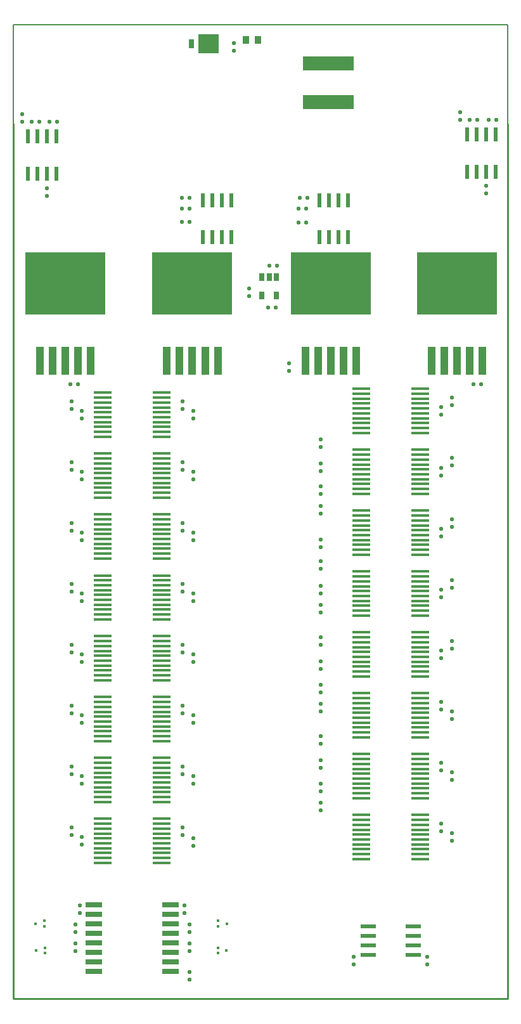
<source format=gtp>
G04 Layer_Color=8421504*
%FSLAX25Y25*%
%MOIN*%
G70*
G01*
G75*
G04:AMPARAMS|DCode=10|XSize=19.68mil|YSize=20.08mil|CornerRadius=4.92mil|HoleSize=0mil|Usage=FLASHONLY|Rotation=270.000|XOffset=0mil|YOffset=0mil|HoleType=Round|Shape=RoundedRectangle|*
%AMROUNDEDRECTD10*
21,1,0.01968,0.01024,0,0,270.0*
21,1,0.00984,0.02008,0,0,270.0*
1,1,0.00984,-0.00512,-0.00492*
1,1,0.00984,-0.00512,0.00492*
1,1,0.00984,0.00512,0.00492*
1,1,0.00984,0.00512,-0.00492*
%
%ADD10ROUNDEDRECTD10*%
%ADD11R,0.02559X0.04331*%
%ADD12R,0.04134X0.14961*%
%ADD13R,0.41929X0.33071*%
%ADD14R,0.02200X0.07800*%
%ADD15R,0.01772X0.01181*%
%ADD16R,0.07874X0.02362*%
%ADD17R,0.08661X0.02559*%
%ADD18R,0.09449X0.01772*%
G04:AMPARAMS|DCode=19|XSize=19.68mil|YSize=20.08mil|CornerRadius=4.92mil|HoleSize=0mil|Usage=FLASHONLY|Rotation=180.000|XOffset=0mil|YOffset=0mil|HoleType=Round|Shape=RoundedRectangle|*
%AMROUNDEDRECTD19*
21,1,0.01968,0.01024,0,0,180.0*
21,1,0.00984,0.02008,0,0,180.0*
1,1,0.00984,-0.00492,0.00512*
1,1,0.00984,0.00492,0.00512*
1,1,0.00984,0.00492,-0.00512*
1,1,0.00984,-0.00492,-0.00512*
%
%ADD19ROUNDEDRECTD19*%
%ADD20R,0.10512X0.10000*%
%ADD21R,0.03000X0.05000*%
%ADD22R,0.26772X0.07480*%
%ADD23R,0.03740X0.03937*%
%ADD26C,0.01000*%
%ADD27C,0.00600*%
D10*
X34008Y323000D02*
D03*
X29992D02*
D03*
X92508Y408500D02*
D03*
X88492D02*
D03*
X154008Y408000D02*
D03*
X149992D02*
D03*
X92508Y415500D02*
D03*
X88492D02*
D03*
X154016D02*
D03*
X150000D02*
D03*
X246016Y323000D02*
D03*
X242000D02*
D03*
X13508Y461000D02*
D03*
X9492D02*
D03*
X244008Y462000D02*
D03*
X239992D02*
D03*
X138016Y363500D02*
D03*
X134000D02*
D03*
X138508Y385500D02*
D03*
X134492D02*
D03*
X92508Y421000D02*
D03*
X88492D02*
D03*
X154516D02*
D03*
X150500D02*
D03*
X23008Y461000D02*
D03*
X18992D02*
D03*
X254008Y462000D02*
D03*
X249992D02*
D03*
D11*
X138240Y379224D02*
D03*
X134500D02*
D03*
X130760D02*
D03*
X138240Y369776D02*
D03*
X130760D02*
D03*
D12*
X107500Y335497D02*
D03*
X100807D02*
D03*
X94114D02*
D03*
X80728D02*
D03*
X87421D02*
D03*
X180386D02*
D03*
X173693D02*
D03*
X167000D02*
D03*
X153614D02*
D03*
X160307D02*
D03*
X40686D02*
D03*
X33993D02*
D03*
X27300D02*
D03*
X13914D02*
D03*
X20607D02*
D03*
X246686D02*
D03*
X239993D02*
D03*
X233300D02*
D03*
X219914D02*
D03*
X226607D02*
D03*
D13*
X94114Y376048D02*
D03*
X167000D02*
D03*
X27300D02*
D03*
X233300D02*
D03*
D14*
X114500Y419700D02*
D03*
X109500D02*
D03*
X114500Y400300D02*
D03*
X109500D02*
D03*
X104500Y419700D02*
D03*
X99500D02*
D03*
Y400300D02*
D03*
X104500D02*
D03*
X176000Y419700D02*
D03*
X171000D02*
D03*
X176000Y400300D02*
D03*
X171000D02*
D03*
X166000Y419700D02*
D03*
X161000D02*
D03*
Y400300D02*
D03*
X166000D02*
D03*
X22500Y453200D02*
D03*
X17500D02*
D03*
X22500Y433800D02*
D03*
X17500D02*
D03*
X12500Y453200D02*
D03*
X7500D02*
D03*
Y433800D02*
D03*
X12500D02*
D03*
X253500Y454200D02*
D03*
X248500D02*
D03*
X253500Y434800D02*
D03*
X248500D02*
D03*
X243500Y454200D02*
D03*
X238500D02*
D03*
Y434800D02*
D03*
X243500D02*
D03*
D15*
X112028Y25378D02*
D03*
X107500Y26756D02*
D03*
Y24000D02*
D03*
X112264Y39500D02*
D03*
X107736Y40878D02*
D03*
Y38122D02*
D03*
X16500Y26756D02*
D03*
Y24000D02*
D03*
X11972Y25378D02*
D03*
X16264Y40878D02*
D03*
Y38122D02*
D03*
X11736Y39500D02*
D03*
D16*
X210311Y33000D02*
D03*
Y38000D02*
D03*
Y28000D02*
D03*
Y23000D02*
D03*
X186689Y38000D02*
D03*
Y28000D02*
D03*
Y33000D02*
D03*
Y23000D02*
D03*
D17*
X82579Y44500D02*
D03*
Y49500D02*
D03*
Y34500D02*
D03*
Y39500D02*
D03*
Y24500D02*
D03*
Y29500D02*
D03*
Y19500D02*
D03*
Y14500D02*
D03*
X42421Y49500D02*
D03*
Y44500D02*
D03*
Y39500D02*
D03*
Y34500D02*
D03*
Y19500D02*
D03*
Y14500D02*
D03*
Y29500D02*
D03*
Y24500D02*
D03*
D18*
X78051Y315957D02*
D03*
Y313398D02*
D03*
Y318516D02*
D03*
Y308279D02*
D03*
Y310839D02*
D03*
Y305720D02*
D03*
Y303161D02*
D03*
Y300602D02*
D03*
Y298043D02*
D03*
Y295484D02*
D03*
X46949Y315957D02*
D03*
Y318516D02*
D03*
Y310839D02*
D03*
Y308279D02*
D03*
Y313398D02*
D03*
Y303161D02*
D03*
Y305720D02*
D03*
Y295484D02*
D03*
Y298043D02*
D03*
Y300602D02*
D03*
X78051Y283957D02*
D03*
Y281398D02*
D03*
Y286516D02*
D03*
Y276279D02*
D03*
Y278839D02*
D03*
Y273721D02*
D03*
Y271161D02*
D03*
Y268602D02*
D03*
Y266043D02*
D03*
Y263484D02*
D03*
X46949Y283957D02*
D03*
Y286516D02*
D03*
Y278839D02*
D03*
Y276279D02*
D03*
Y281398D02*
D03*
Y271161D02*
D03*
Y273721D02*
D03*
Y263484D02*
D03*
Y266043D02*
D03*
Y268602D02*
D03*
X78051Y251957D02*
D03*
Y249398D02*
D03*
Y254516D02*
D03*
Y244280D02*
D03*
Y246839D02*
D03*
Y241721D02*
D03*
Y239161D02*
D03*
Y236602D02*
D03*
Y234043D02*
D03*
Y231484D02*
D03*
X46949Y251957D02*
D03*
Y254516D02*
D03*
Y246839D02*
D03*
Y244280D02*
D03*
Y249398D02*
D03*
Y239161D02*
D03*
Y241721D02*
D03*
Y231484D02*
D03*
Y234043D02*
D03*
Y236602D02*
D03*
X78051Y219913D02*
D03*
Y217354D02*
D03*
Y222472D02*
D03*
Y212236D02*
D03*
Y214795D02*
D03*
Y209677D02*
D03*
Y207118D02*
D03*
Y204559D02*
D03*
Y202000D02*
D03*
Y199441D02*
D03*
X46949Y219913D02*
D03*
Y222472D02*
D03*
Y214795D02*
D03*
Y212236D02*
D03*
Y217354D02*
D03*
Y207118D02*
D03*
Y209677D02*
D03*
Y199441D02*
D03*
Y202000D02*
D03*
Y204559D02*
D03*
X78051Y187957D02*
D03*
Y185398D02*
D03*
Y190516D02*
D03*
Y180280D02*
D03*
Y182839D02*
D03*
Y177720D02*
D03*
Y175161D02*
D03*
Y172602D02*
D03*
Y170043D02*
D03*
Y167484D02*
D03*
X46949Y187957D02*
D03*
Y190516D02*
D03*
Y182839D02*
D03*
Y180280D02*
D03*
Y185398D02*
D03*
Y175161D02*
D03*
Y177720D02*
D03*
Y167484D02*
D03*
Y170043D02*
D03*
Y172602D02*
D03*
X78051Y155957D02*
D03*
Y153398D02*
D03*
Y158516D02*
D03*
Y148280D02*
D03*
Y150839D02*
D03*
Y145721D02*
D03*
Y143161D02*
D03*
Y140602D02*
D03*
Y138043D02*
D03*
Y135484D02*
D03*
X46949Y155957D02*
D03*
Y158516D02*
D03*
Y150839D02*
D03*
Y148280D02*
D03*
Y153398D02*
D03*
Y143161D02*
D03*
Y145721D02*
D03*
Y135484D02*
D03*
Y138043D02*
D03*
Y140602D02*
D03*
X78051Y123957D02*
D03*
Y121398D02*
D03*
Y126516D02*
D03*
Y116279D02*
D03*
Y118839D02*
D03*
Y113721D02*
D03*
Y111161D02*
D03*
Y108602D02*
D03*
Y106043D02*
D03*
Y103484D02*
D03*
X46949Y123957D02*
D03*
Y126516D02*
D03*
Y118839D02*
D03*
Y116279D02*
D03*
Y121398D02*
D03*
Y111161D02*
D03*
Y113721D02*
D03*
Y103484D02*
D03*
Y106043D02*
D03*
Y108602D02*
D03*
X78051Y91957D02*
D03*
Y89398D02*
D03*
Y94516D02*
D03*
Y84280D02*
D03*
Y86839D02*
D03*
Y81721D02*
D03*
Y79161D02*
D03*
Y76602D02*
D03*
Y74043D02*
D03*
Y71484D02*
D03*
X46949Y91957D02*
D03*
Y94516D02*
D03*
Y86839D02*
D03*
Y84280D02*
D03*
Y89398D02*
D03*
Y79161D02*
D03*
Y81721D02*
D03*
Y71484D02*
D03*
Y74043D02*
D03*
Y76602D02*
D03*
X214051Y317972D02*
D03*
Y315413D02*
D03*
Y320532D02*
D03*
Y307736D02*
D03*
Y312854D02*
D03*
Y310295D02*
D03*
Y305177D02*
D03*
Y302618D02*
D03*
Y297500D02*
D03*
Y300059D02*
D03*
X182949Y320532D02*
D03*
Y315413D02*
D03*
Y317972D02*
D03*
Y310295D02*
D03*
Y307736D02*
D03*
Y312854D02*
D03*
Y302618D02*
D03*
Y305177D02*
D03*
Y297500D02*
D03*
Y300059D02*
D03*
X214051Y285957D02*
D03*
Y283398D02*
D03*
Y288516D02*
D03*
Y278279D02*
D03*
Y280839D02*
D03*
Y275721D02*
D03*
Y273161D02*
D03*
Y270602D02*
D03*
Y268043D02*
D03*
Y265484D02*
D03*
X182949Y285957D02*
D03*
Y288516D02*
D03*
Y280839D02*
D03*
Y278279D02*
D03*
Y283398D02*
D03*
Y273161D02*
D03*
Y275721D02*
D03*
Y268043D02*
D03*
Y265484D02*
D03*
Y270602D02*
D03*
X214051Y253957D02*
D03*
Y251398D02*
D03*
Y256516D02*
D03*
Y246280D02*
D03*
Y248839D02*
D03*
Y243721D02*
D03*
Y241161D02*
D03*
Y238602D02*
D03*
Y236043D02*
D03*
Y233484D02*
D03*
X182949Y253957D02*
D03*
Y256516D02*
D03*
Y248839D02*
D03*
Y246280D02*
D03*
Y251398D02*
D03*
Y241161D02*
D03*
Y243721D02*
D03*
Y236043D02*
D03*
Y233484D02*
D03*
Y238602D02*
D03*
X214051Y221957D02*
D03*
Y219398D02*
D03*
Y224516D02*
D03*
Y214280D02*
D03*
Y216839D02*
D03*
Y211720D02*
D03*
Y209161D02*
D03*
Y206602D02*
D03*
Y204043D02*
D03*
Y201484D02*
D03*
X182949Y221957D02*
D03*
Y224516D02*
D03*
Y216839D02*
D03*
Y214280D02*
D03*
Y219398D02*
D03*
Y209161D02*
D03*
Y211720D02*
D03*
Y201484D02*
D03*
Y204043D02*
D03*
Y206602D02*
D03*
X214051Y189957D02*
D03*
Y187398D02*
D03*
Y192516D02*
D03*
Y182280D02*
D03*
Y184839D02*
D03*
Y179720D02*
D03*
Y177161D02*
D03*
Y174602D02*
D03*
Y172043D02*
D03*
Y169484D02*
D03*
X182949Y189957D02*
D03*
Y192516D02*
D03*
Y184839D02*
D03*
Y182280D02*
D03*
Y187398D02*
D03*
Y177161D02*
D03*
Y179720D02*
D03*
Y172043D02*
D03*
Y169484D02*
D03*
Y174602D02*
D03*
X214051Y157957D02*
D03*
Y155398D02*
D03*
Y160516D02*
D03*
Y150279D02*
D03*
Y152839D02*
D03*
Y147721D02*
D03*
Y145161D02*
D03*
Y142602D02*
D03*
Y140043D02*
D03*
Y137484D02*
D03*
X182949Y157957D02*
D03*
Y160516D02*
D03*
Y152839D02*
D03*
Y150279D02*
D03*
Y155398D02*
D03*
Y145161D02*
D03*
Y147721D02*
D03*
Y140043D02*
D03*
Y137484D02*
D03*
Y142602D02*
D03*
X214051Y125957D02*
D03*
Y123398D02*
D03*
Y128516D02*
D03*
Y118280D02*
D03*
Y120839D02*
D03*
Y115720D02*
D03*
Y113161D02*
D03*
Y110602D02*
D03*
Y108043D02*
D03*
Y105484D02*
D03*
X182949Y125957D02*
D03*
Y128516D02*
D03*
Y120839D02*
D03*
Y118280D02*
D03*
Y123398D02*
D03*
Y113161D02*
D03*
Y115720D02*
D03*
Y108043D02*
D03*
Y105484D02*
D03*
Y110602D02*
D03*
X214051Y93957D02*
D03*
Y91398D02*
D03*
Y96516D02*
D03*
Y86279D02*
D03*
Y88839D02*
D03*
Y83720D02*
D03*
Y81161D02*
D03*
Y78602D02*
D03*
Y76043D02*
D03*
Y73484D02*
D03*
X182949Y93957D02*
D03*
Y96516D02*
D03*
Y88839D02*
D03*
Y86279D02*
D03*
Y91398D02*
D03*
Y81161D02*
D03*
Y83720D02*
D03*
Y76043D02*
D03*
Y73484D02*
D03*
Y78602D02*
D03*
D19*
X145000Y329992D02*
D03*
Y334008D02*
D03*
X17500Y421992D02*
D03*
Y426008D02*
D03*
X248500Y423492D02*
D03*
Y427508D02*
D03*
X92500Y24992D02*
D03*
Y29008D02*
D03*
Y35000D02*
D03*
Y39016D02*
D03*
Y9992D02*
D03*
Y14008D02*
D03*
X32500Y25000D02*
D03*
Y29016D02*
D03*
Y34992D02*
D03*
Y39008D02*
D03*
X30500Y309992D02*
D03*
Y314008D02*
D03*
X36000Y304992D02*
D03*
Y309008D02*
D03*
X30500Y277992D02*
D03*
Y282008D02*
D03*
X36000Y272992D02*
D03*
Y277008D02*
D03*
X30500Y245992D02*
D03*
Y250008D02*
D03*
X36000Y240992D02*
D03*
Y245008D02*
D03*
X30500Y213992D02*
D03*
Y218008D02*
D03*
X36000Y208992D02*
D03*
Y213008D02*
D03*
X89000Y309992D02*
D03*
Y314008D02*
D03*
X94500Y304992D02*
D03*
Y309008D02*
D03*
X89000Y277992D02*
D03*
Y282008D02*
D03*
X94500Y272992D02*
D03*
Y277008D02*
D03*
X89000Y245992D02*
D03*
Y250008D02*
D03*
X94500Y240992D02*
D03*
Y245008D02*
D03*
X89000Y213992D02*
D03*
Y218008D02*
D03*
X94500Y208992D02*
D03*
Y213008D02*
D03*
X30500Y181992D02*
D03*
Y186008D02*
D03*
X36000Y176992D02*
D03*
Y181008D02*
D03*
X30500Y149992D02*
D03*
Y154008D02*
D03*
X36000Y144992D02*
D03*
Y149008D02*
D03*
X30500Y117992D02*
D03*
Y122008D02*
D03*
X36000Y112992D02*
D03*
Y117008D02*
D03*
X30500Y85992D02*
D03*
Y90008D02*
D03*
X36000Y80992D02*
D03*
Y85008D02*
D03*
X89000Y181992D02*
D03*
Y186008D02*
D03*
X94500Y176992D02*
D03*
Y181008D02*
D03*
X89000Y149992D02*
D03*
Y154008D02*
D03*
X94500Y144992D02*
D03*
Y149008D02*
D03*
X89000Y117992D02*
D03*
Y122008D02*
D03*
X94500Y113000D02*
D03*
Y117016D02*
D03*
X89000Y85992D02*
D03*
Y90008D02*
D03*
X94500Y80492D02*
D03*
Y84508D02*
D03*
X161500Y290000D02*
D03*
Y294016D02*
D03*
Y277492D02*
D03*
Y281508D02*
D03*
Y265492D02*
D03*
Y269508D02*
D03*
Y254992D02*
D03*
Y259008D02*
D03*
Y237492D02*
D03*
Y241508D02*
D03*
Y225992D02*
D03*
Y230008D02*
D03*
Y212992D02*
D03*
Y217008D02*
D03*
Y202992D02*
D03*
Y207008D02*
D03*
X230500Y311992D02*
D03*
Y316008D02*
D03*
X225000Y306992D02*
D03*
Y311008D02*
D03*
X230500Y280492D02*
D03*
Y284508D02*
D03*
X225000Y274992D02*
D03*
Y279008D02*
D03*
X230500Y247992D02*
D03*
Y252008D02*
D03*
X225000Y242992D02*
D03*
Y247008D02*
D03*
X230500Y215992D02*
D03*
Y220008D02*
D03*
X225000Y210992D02*
D03*
Y215008D02*
D03*
X161500Y185992D02*
D03*
Y190008D02*
D03*
Y173492D02*
D03*
Y177508D02*
D03*
Y160992D02*
D03*
Y165008D02*
D03*
Y150992D02*
D03*
Y155008D02*
D03*
Y133992D02*
D03*
Y138008D02*
D03*
Y121492D02*
D03*
Y125508D02*
D03*
Y108992D02*
D03*
Y113008D02*
D03*
Y98992D02*
D03*
Y103008D02*
D03*
X230500Y183992D02*
D03*
Y188008D02*
D03*
X225000Y178992D02*
D03*
Y183008D02*
D03*
Y151992D02*
D03*
Y156008D02*
D03*
X230500Y146992D02*
D03*
Y151008D02*
D03*
X225000Y119992D02*
D03*
Y124008D02*
D03*
X230500Y114992D02*
D03*
Y119008D02*
D03*
X225000Y87992D02*
D03*
Y92008D02*
D03*
X230500Y82992D02*
D03*
Y87008D02*
D03*
X124000Y369492D02*
D03*
Y373508D02*
D03*
X116000Y498492D02*
D03*
Y502508D02*
D03*
X4500Y460992D02*
D03*
Y465008D02*
D03*
X235000Y461992D02*
D03*
Y466008D02*
D03*
X179000Y17992D02*
D03*
Y22008D02*
D03*
X90000Y44984D02*
D03*
Y49000D02*
D03*
X217500Y17992D02*
D03*
Y22008D02*
D03*
X35000Y44992D02*
D03*
Y49008D02*
D03*
D20*
X102712Y502000D02*
D03*
D21*
X93500D02*
D03*
D22*
X165500Y491579D02*
D03*
Y471500D02*
D03*
D23*
X128748Y504000D02*
D03*
X122252D02*
D03*
D26*
X0Y0D02*
Y320000D01*
X260000Y0D02*
Y320000D01*
X0Y0D02*
X260000D01*
X0D02*
Y460000D01*
X260000Y0D02*
Y460000D01*
X0Y0D02*
X260000D01*
D27*
X0D02*
X260000D01*
Y512000D01*
X0D02*
X260000D01*
X0Y0D02*
Y512000D01*
M02*

</source>
